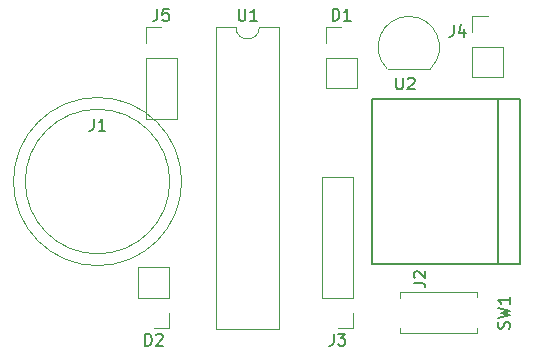
<source format=gbr>
%TF.GenerationSoftware,KiCad,Pcbnew,(6.0.0)*%
%TF.CreationDate,2022-10-20T13:45:11-04:00*%
%TF.ProjectId,TandyKey-B,54616e64-794b-4657-992d-422e6b696361,rev?*%
%TF.SameCoordinates,Original*%
%TF.FileFunction,Legend,Top*%
%TF.FilePolarity,Positive*%
%FSLAX46Y46*%
G04 Gerber Fmt 4.6, Leading zero omitted, Abs format (unit mm)*
G04 Created by KiCad (PCBNEW (6.0.0)) date 2022-10-20 13:45:11*
%MOMM*%
%LPD*%
G01*
G04 APERTURE LIST*
%ADD10C,0.150000*%
%ADD11C,0.120000*%
G04 APERTURE END LIST*
D10*
%TO.C,J1*%
X113014166Y-91209880D02*
X113014166Y-91924166D01*
X112966547Y-92067023D01*
X112871309Y-92162261D01*
X112728452Y-92209880D01*
X112633214Y-92209880D01*
X114014166Y-92209880D02*
X113442738Y-92209880D01*
X113728452Y-92209880D02*
X113728452Y-91209880D01*
X113633214Y-91352738D01*
X113537976Y-91447976D01*
X113442738Y-91495595D01*
%TO.C,J5*%
X118411666Y-81909880D02*
X118411666Y-82624166D01*
X118364047Y-82767023D01*
X118268809Y-82862261D01*
X118125952Y-82909880D01*
X118030714Y-82909880D01*
X119364047Y-81909880D02*
X118887857Y-81909880D01*
X118840238Y-82386071D01*
X118887857Y-82338452D01*
X118983095Y-82290833D01*
X119221190Y-82290833D01*
X119316428Y-82338452D01*
X119364047Y-82386071D01*
X119411666Y-82481309D01*
X119411666Y-82719404D01*
X119364047Y-82814642D01*
X119316428Y-82862261D01*
X119221190Y-82909880D01*
X118983095Y-82909880D01*
X118887857Y-82862261D01*
X118840238Y-82814642D01*
%TO.C,SW1*%
X148199761Y-108965833D02*
X148247380Y-108822976D01*
X148247380Y-108584880D01*
X148199761Y-108489642D01*
X148152142Y-108442023D01*
X148056904Y-108394404D01*
X147961666Y-108394404D01*
X147866428Y-108442023D01*
X147818809Y-108489642D01*
X147771190Y-108584880D01*
X147723571Y-108775357D01*
X147675952Y-108870595D01*
X147628333Y-108918214D01*
X147533095Y-108965833D01*
X147437857Y-108965833D01*
X147342619Y-108918214D01*
X147295000Y-108870595D01*
X147247380Y-108775357D01*
X147247380Y-108537261D01*
X147295000Y-108394404D01*
X147247380Y-108061071D02*
X148247380Y-107822976D01*
X147533095Y-107632500D01*
X148247380Y-107442023D01*
X147247380Y-107203928D01*
X148247380Y-106299166D02*
X148247380Y-106870595D01*
X148247380Y-106584880D02*
X147247380Y-106584880D01*
X147390238Y-106680119D01*
X147485476Y-106775357D01*
X147533095Y-106870595D01*
%TO.C,U2*%
X138620595Y-87717380D02*
X138620595Y-88526904D01*
X138668214Y-88622142D01*
X138715833Y-88669761D01*
X138811071Y-88717380D01*
X139001547Y-88717380D01*
X139096785Y-88669761D01*
X139144404Y-88622142D01*
X139192023Y-88526904D01*
X139192023Y-87717380D01*
X139620595Y-87812619D02*
X139668214Y-87765000D01*
X139763452Y-87717380D01*
X140001547Y-87717380D01*
X140096785Y-87765000D01*
X140144404Y-87812619D01*
X140192023Y-87907857D01*
X140192023Y-88003095D01*
X140144404Y-88145952D01*
X139572976Y-88717380D01*
X140192023Y-88717380D01*
%TO.C,U1*%
X125295603Y-81899884D02*
X125295603Y-82709408D01*
X125343222Y-82804646D01*
X125390841Y-82852265D01*
X125486079Y-82899884D01*
X125676555Y-82899884D01*
X125771793Y-82852265D01*
X125819412Y-82804646D01*
X125867031Y-82709408D01*
X125867031Y-81899884D01*
X126867031Y-82899884D02*
X126295603Y-82899884D01*
X126581317Y-82899884D02*
X126581317Y-81899884D01*
X126486079Y-82042742D01*
X126390841Y-82137980D01*
X126295603Y-82185599D01*
%TO.C,J2*%
X140104880Y-105108333D02*
X140819166Y-105108333D01*
X140962023Y-105155952D01*
X141057261Y-105251190D01*
X141104880Y-105394047D01*
X141104880Y-105489285D01*
X140200119Y-104679761D02*
X140152500Y-104632142D01*
X140104880Y-104536904D01*
X140104880Y-104298809D01*
X140152500Y-104203571D01*
X140200119Y-104155952D01*
X140295357Y-104108333D01*
X140390595Y-104108333D01*
X140533452Y-104155952D01*
X141104880Y-104727380D01*
X141104880Y-104108333D01*
%TO.C,D1*%
X133246904Y-82894880D02*
X133246904Y-81894880D01*
X133485000Y-81894880D01*
X133627857Y-81942500D01*
X133723095Y-82037738D01*
X133770714Y-82132976D01*
X133818333Y-82323452D01*
X133818333Y-82466309D01*
X133770714Y-82656785D01*
X133723095Y-82752023D01*
X133627857Y-82847261D01*
X133485000Y-82894880D01*
X133246904Y-82894880D01*
X134770714Y-82894880D02*
X134199285Y-82894880D01*
X134485000Y-82894880D02*
X134485000Y-81894880D01*
X134389761Y-82037738D01*
X134294523Y-82132976D01*
X134199285Y-82180595D01*
%TO.C,J3*%
X133334166Y-109409880D02*
X133334166Y-110124166D01*
X133286547Y-110267023D01*
X133191309Y-110362261D01*
X133048452Y-110409880D01*
X132953214Y-110409880D01*
X133715119Y-109409880D02*
X134334166Y-109409880D01*
X134000833Y-109790833D01*
X134143690Y-109790833D01*
X134238928Y-109838452D01*
X134286547Y-109886071D01*
X134334166Y-109981309D01*
X134334166Y-110219404D01*
X134286547Y-110314642D01*
X134238928Y-110362261D01*
X134143690Y-110409880D01*
X133857976Y-110409880D01*
X133762738Y-110362261D01*
X133715119Y-110314642D01*
%TO.C,J4*%
X143494166Y-83272380D02*
X143494166Y-83986666D01*
X143446547Y-84129523D01*
X143351309Y-84224761D01*
X143208452Y-84272380D01*
X143113214Y-84272380D01*
X144398928Y-83605714D02*
X144398928Y-84272380D01*
X144160833Y-83224761D02*
X143922738Y-83939047D01*
X144541785Y-83939047D01*
%TO.C,D2*%
X117371904Y-110414880D02*
X117371904Y-109414880D01*
X117610000Y-109414880D01*
X117752857Y-109462500D01*
X117848095Y-109557738D01*
X117895714Y-109652976D01*
X117943333Y-109843452D01*
X117943333Y-109986309D01*
X117895714Y-110176785D01*
X117848095Y-110272023D01*
X117752857Y-110367261D01*
X117610000Y-110414880D01*
X117371904Y-110414880D01*
X118324285Y-109510119D02*
X118371904Y-109462500D01*
X118467142Y-109414880D01*
X118705238Y-109414880D01*
X118800476Y-109462500D01*
X118848095Y-109510119D01*
X118895714Y-109605357D01*
X118895714Y-109700595D01*
X118848095Y-109843452D01*
X118276666Y-110414880D01*
X118895714Y-110414880D01*
D11*
%TO.C,J1*%
X113347500Y-89400000D02*
G75*
G03*
X113347500Y-103640000I0J-7120000D01*
G01*
X113347500Y-103640000D02*
G75*
G03*
X113347500Y-89400000I0J7120000D01*
G01*
X113347500Y-90400000D02*
G75*
G03*
X113347500Y-102640000I0J-6120000D01*
G01*
X113347500Y-102640000D02*
G75*
G03*
X113347500Y-90400000I0J6120000D01*
G01*
%TO.C,J5*%
X117415000Y-86057500D02*
X120075000Y-86057500D01*
X120075000Y-86057500D02*
X120075000Y-91197500D01*
X117415000Y-83457500D02*
X118745000Y-83457500D01*
X117415000Y-84787500D02*
X117415000Y-83457500D01*
X117415000Y-86057500D02*
X117415000Y-91197500D01*
X117415000Y-91197500D02*
X120075000Y-91197500D01*
%TO.C,SW1*%
X145465000Y-109382500D02*
X138965000Y-109382500D01*
X138965000Y-108882500D02*
X138965000Y-109382500D01*
X145465000Y-105882500D02*
X145465000Y-106302500D01*
X138965000Y-105882500D02*
X138965000Y-106382500D01*
X145465000Y-108882500D02*
X145465000Y-109382500D01*
X145465000Y-105882500D02*
X138965000Y-105882500D01*
%TO.C,U2*%
X137900000Y-86982500D02*
X141500000Y-86982500D01*
X141538478Y-86970978D02*
G75*
G03*
X139700000Y-82532500I-1838478J1838478D01*
G01*
X139700000Y-82532499D02*
G75*
G03*
X137861522Y-86970978I0J-2600001D01*
G01*
%TO.C,U1*%
X128707508Y-83447504D02*
X127057508Y-83447504D01*
X125057508Y-83447504D02*
X123407508Y-83447504D01*
X123407508Y-83447504D02*
X123407508Y-108967504D01*
X128707508Y-108967504D02*
X128707508Y-83447504D01*
X123407508Y-108967504D02*
X128707508Y-108967504D01*
X125057508Y-83447504D02*
G75*
G03*
X127057508Y-83447504I1000000J0D01*
G01*
D10*
%TO.C,J2*%
X147225000Y-89520000D02*
X147225000Y-103520000D01*
X136625000Y-103520000D02*
X149125000Y-103520000D01*
X149125000Y-103520000D02*
X149125000Y-89520000D01*
X149125000Y-89520000D02*
X136625000Y-89520000D01*
X136625000Y-89520000D02*
X136625000Y-103520000D01*
D11*
%TO.C,D1*%
X132655000Y-83442500D02*
X133985000Y-83442500D01*
X135315000Y-86042500D02*
X135315000Y-88642500D01*
X132655000Y-86042500D02*
X132655000Y-88642500D01*
X132655000Y-84772500D02*
X132655000Y-83442500D01*
X132655000Y-88642500D02*
X135315000Y-88642500D01*
X132655000Y-86042500D02*
X135315000Y-86042500D01*
%TO.C,J3*%
X134997500Y-107627500D02*
X134997500Y-108957500D01*
X134997500Y-106357500D02*
X134997500Y-96137500D01*
X134997500Y-108957500D02*
X133667500Y-108957500D01*
X134997500Y-96137500D02*
X132337500Y-96137500D01*
X132337500Y-106357500D02*
X132337500Y-96137500D01*
X134997500Y-106357500D02*
X132337500Y-106357500D01*
%TO.C,J4*%
X147697500Y-85090000D02*
X147697500Y-87690000D01*
X145037500Y-85090000D02*
X145037500Y-87690000D01*
X145037500Y-87690000D02*
X147697500Y-87690000D01*
X145037500Y-85090000D02*
X147697500Y-85090000D01*
X145037500Y-82490000D02*
X146367500Y-82490000D01*
X145037500Y-83820000D02*
X145037500Y-82490000D01*
%TO.C,D2*%
X119440000Y-103762500D02*
X116780000Y-103762500D01*
X119440000Y-107632500D02*
X119440000Y-108962500D01*
X119440000Y-106362500D02*
X116780000Y-106362500D01*
X119440000Y-106362500D02*
X119440000Y-103762500D01*
X119440000Y-108962500D02*
X118110000Y-108962500D01*
X116780000Y-106362500D02*
X116780000Y-103762500D01*
%TD*%
M02*

</source>
